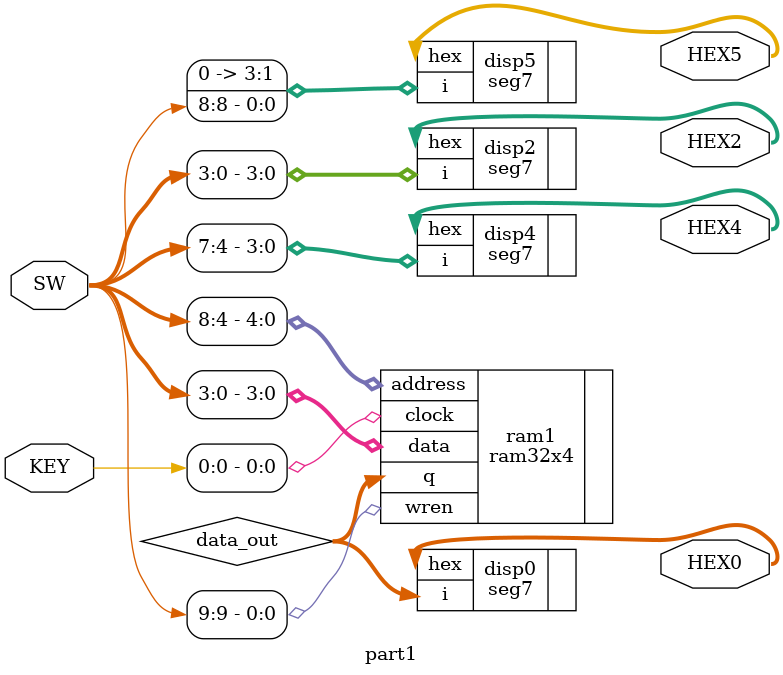
<source format=v>
`timescale 1ns/1ns

module part1(SW, KEY, HEX0, HEX2, HEX4, HEX5);
	input [9:0] SW;
	input [4:0] KEY;
	output [6:0] HEX0, HEX2, HEX4, HEX5;

	wire [3:0] data_out;

	ram32x4 ram1(.address(SW[8:4]), .clock(KEY[0]), .data(SW[3:0]), .wren(SW[9]), .q(data_out));

	seg7 disp0(.i(data_out), .hex(HEX0));
	seg7 disp2(.i(SW[3:0]), .hex(HEX2));
	seg7 disp4(.i(SW[7:4]), .hex(HEX4));
	seg7 disp5(.i({3'b0, SW[8]}), .hex(HEX5));

endmodule

</source>
